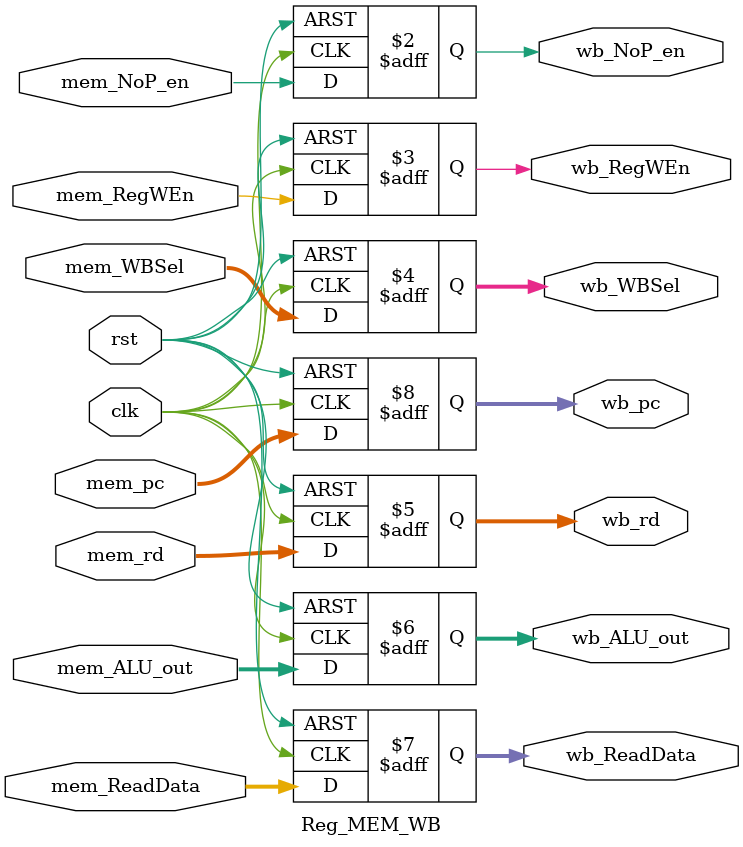
<source format=sv>
module Reg_MEM_WB (
  //Input from EX
  input  wire        clk          ,
  input  wire        rst          ,
  input  wire        mem_RegWEn   ,
  input  wire [4:0]  mem_rd       ,
  input  wire [31:0] mem_pc       ,
  input  wire [31:0] mem_ReadData ,
  input  wire [31:0] mem_ALU_out  ,
  input  wire  [1:0] mem_WBSel    ,
  input  wire        mem_NoP_en   ,
  //
  output reg         wb_NoP_en    ,
  output reg         wb_RegWEn    ,
  output reg  [1:0]  wb_WBSel     ,
  output reg  [4:0]  wb_rd        ,//To Forwarding Unit
  output reg  [31:0] wb_ALU_out   ,//To WB MUX
  output reg  [31:0] wb_ReadData  ,//To WB MUX
  output reg  [31:0] wb_pc         
);

  always_ff @ (posedge clk or posedge rst) begin
    if (rst) begin
      wb_RegWEn   <= 1'b0;
      wb_pc       <= 0;
      wb_ALU_out  <= 0;
      wb_ReadData <= 0;
      wb_WBSel    <= 2'b0;
      wb_rd       <= 5'b0;
      wb_NoP_en   <= 1'b1;
    end
    else begin
      wb_RegWEn   <= mem_RegWEn   ;
      wb_pc       <= mem_pc       ;
      wb_ALU_out  <= mem_ALU_out  ;
      wb_ReadData <= mem_ReadData ;
      wb_WBSel    <= mem_WBSel    ;
      wb_rd       <= mem_rd       ;
      wb_NoP_en   <= mem_NoP_en   ;
    end
  end

endmodule // reg_if_ex
</source>
